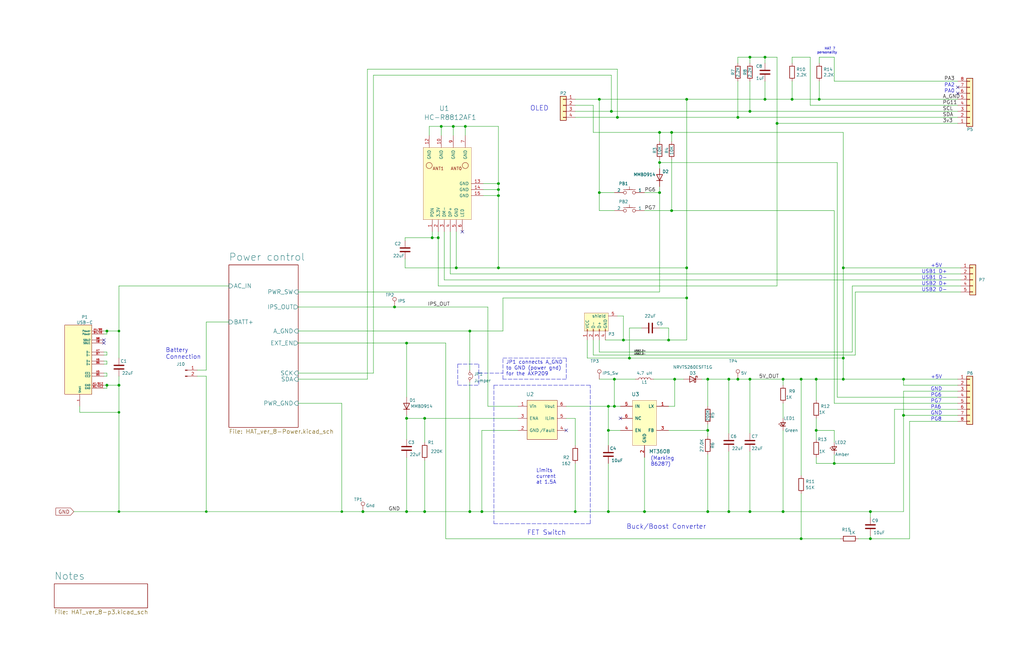
<source format=kicad_sch>
(kicad_sch (version 20211123) (generator eeschema)
  (paper "USLedger")
  (title_block (title "ConnectBox HAT 8") (date "2023-04-13") (rev "8.0.0") (company "ConnectBox") (comment 1 "JRA"))
  (junction (at 330.2 215.9) (diameter 1.016))
  (junction (at 316.23 46.99) (diameter 1.016))
  (junction (at 367.03 227.33) (diameter 1.016))
  (junction (at 45.085 139.7) (diameter 1.016))
  (junction (at 256.54 171.45) (diameter 1.016))
  (junction (at 265.43 151.13) (diameter 1.016))
  (junction (at 307.34 215.9) (diameter 1.016))
  (junction (at 278.13 68.58) (diameter 1.016))
  (junction (at 86.995 215.9))
  (junction (at 311.15 160.02) (diameter 1.016))
  (junction (at 334.01 41.91) (diameter 1.016))
  (junction (at 283.21 88.9) (diameter 1.016))
  (junction (at 171.45 215.9) (diameter 1.016))
  (junction (at 50.165 215.9))
  (junction (at 210.185 80.01) (diameter 1.016))
  (junction (at 260.35 49.53) (diameter 1.016))
  (junction (at 298.45 160.02) (diameter 1.016))
  (junction (at 344.17 181.61) (diameter 1.016))
  (junction (at 184.785 100.33) (diameter 1.016))
  (junction (at 337.82 227.33) (diameter 1.016))
  (junction (at 210.185 113.03) (diameter 1.016))
  (junction (at 192.405 113.03) (diameter 1.016))
  (junction (at 45.085 162.56) (diameter 1.016))
  (junction (at 50.165 162.56) (diameter 1.016))
  (junction (at 259.08 171.45) (diameter 1.016))
  (junction (at 171.45 176.53) (diameter 1.016))
  (junction (at 182.245 100.33) (diameter 1.016))
  (junction (at 271.78 215.9) (diameter 1.016))
  (junction (at 322.58 41.91) (diameter 1.016))
  (junction (at 355.6 113.03) (diameter 1.016))
  (junction (at 284.48 160.02) (diameter 1.016))
  (junction (at 179.07 176.53) (diameter 1.016))
  (junction (at 198.12 139.7) (diameter 1.016))
  (junction (at 298.45 215.9) (diameter 1.016))
  (junction (at 262.89 143.51) (diameter 1.016))
  (junction (at 144.145 215.9))
  (junction (at 171.45 144.78) (diameter 1.016))
  (junction (at 259.08 160.02) (diameter 1.016))
  (junction (at 278.13 81.28) (diameter 1.016))
  (junction (at 355.6 151.13) (diameter 1.016))
  (junction (at 256.54 215.9) (diameter 1.016))
  (junction (at 316.23 24.13) (diameter 1.016))
  (junction (at 210.185 82.55) (diameter 1.016))
  (junction (at 283.21 55.88) (diameter 1.016))
  (junction (at 367.03 215.9) (diameter 1.016))
  (junction (at 307.34 160.02) (diameter 1.016))
  (junction (at 256.54 181.61) (diameter 1.016))
  (junction (at 186.055 53.34) (diameter 1.016))
  (junction (at 196.215 53.34) (diameter 1.016))
  (junction (at 198.12 215.9) (diameter 1.016))
  (junction (at 281.94 143.51) (diameter 1.016))
  (junction (at 311.15 49.53) (diameter 1.016))
  (junction (at 252.73 41.91) (diameter 1.016))
  (junction (at 50.165 173.99))
  (junction (at 278.13 55.88) (diameter 1.016))
  (junction (at 351.79 195.58) (diameter 1.016))
  (junction (at 327.66 52.07) (diameter 1.016))
  (junction (at 166.37 129.54) (diameter 1.016))
  (junction (at 322.58 24.13) (diameter 1.016))
  (junction (at 242.57 215.9) (diameter 1.016))
  (junction (at 179.07 215.9) (diameter 1.016))
  (junction (at 289.56 41.91) (diameter 1.016))
  (junction (at 289.56 125.73) (diameter 1.016))
  (junction (at 355.6 160.02) (diameter 1.016))
  (junction (at 298.45 181.61) (diameter 1.016))
  (junction (at 203.2 215.9) (diameter 1.016))
  (junction (at 316.23 215.9) (diameter 1.016))
  (junction (at 153.035 215.9) (diameter 1.016))
  (junction (at 337.82 160.02) (diameter 1.016))
  (junction (at 191.135 53.34) (diameter 1.016))
  (junction (at 289.56 113.03) (diameter 1.016))
  (junction (at 345.44 41.91) (diameter 1.016))
  (junction (at 381 160.02) (diameter 1.016))
  (junction (at 316.23 160.02) (diameter 1.016))
  (junction (at 210.185 77.47) (diameter 1.016))
  (junction (at 257.81 46.99) (diameter 1.016))
  (junction (at 344.17 160.02) (diameter 1.016))
  (junction (at 252.73 81.28) (diameter 1.016))
  (junction (at 50.165 139.7))
  (junction (at 330.2 160.02) (diameter 1.016))
  (junction (at 381 175.26) (diameter 1.016))
  (no_connect (at 261.62 176.53))
  (no_connect (at 403.86 36.83))
  (no_connect (at 403.86 39.37))
  (no_connect (at 43.815 144.78))
  (no_connect (at 238.76 181.61))
  (no_connect (at 194.945 97.79))
  (no_connect (at 43.815 143.51))
  (wire (pts (xy 261.62 181.61) (xy 256.54 181.61)))
  (wire (pts (xy 210.185 80.01) (xy 210.185 82.55)))
  (wire (pts (xy 316.23 215.9) (xy 307.34 215.9)))
  (wire (pts (xy 218.44 181.61) (xy 203.2 181.61)))
  (wire (pts (xy 179.07 186.69) (xy 179.07 176.53)))
  (wire (pts (xy 45.085 140.97) (xy 45.085 139.7)))
  (wire (pts (xy 351.79 195.58) (xy 377.19 195.58)))
  (wire (pts (xy 381 165.1) (xy 381 175.26)))
  (wire (pts (xy 125.73 144.78) (xy 171.45 144.78)))
  (wire (pts (xy 198.12 139.7) (xy 198.12 156.21)))
  (wire (pts (xy 257.81 46.99) (xy 316.23 46.99)))
  (wire (pts (xy 242.57 215.9) (xy 242.57 195.58)))
  (wire (pts (xy 330.2 181.61) (xy 330.2 215.9)))
  (wire (pts (xy 182.245 97.79) (xy 182.245 100.33)))
  (wire (pts (xy 203.2 215.9) (xy 242.57 215.9)))
  (wire (pts (xy 278.13 78.74) (xy 278.13 81.28)))
  (wire (pts (xy 250.19 149.86) (xy 360.68 149.86)))
  (wire (pts (xy 252.73 148.59) (xy 359.41 148.59)))
  (wire (pts (xy 184.785 120.65) (xy 327.66 120.65)))
  (wire (pts (xy 327.66 52.07) (xy 327.66 120.65)))
  (wire (pts (xy 351.79 181.61) (xy 344.17 181.61)))
  (wire (pts (xy 281.94 181.61) (xy 298.45 181.61)))
  (wire (pts (xy 171.45 144.78) (xy 171.45 167.64)))
  (wire (pts (xy 43.815 153.67) (xy 45.085 153.67)))
  (wire (pts (xy 259.08 160.02) (xy 267.97 160.02)))
  (wire (pts (xy 242.57 41.91) (xy 252.73 41.91)))
  (wire (pts (xy 265.43 138.43) (xy 265.43 151.13)))
  (wire (pts (xy 311.15 24.13) (xy 316.23 24.13)))
  (wire (pts (xy 322.58 24.13) (xy 322.58 26.67)))
  (polyline (pts (xy 193.04 153.67) (xy 193.04 162.56)) (stroke (width 0) (type dash)))
  (wire (pts (xy 289.56 113.03) (xy 289.56 125.73)))
  (wire (pts (xy 187.325 118.11) (xy 405.13 118.11)))
  (wire (pts (xy 265.43 138.43) (xy 270.51 138.43)))
  (wire (pts (xy 179.07 194.31) (xy 179.07 215.9)))
  (wire (pts (xy 355.6 113.03) (xy 405.13 113.03)))
  (wire (pts (xy 284.48 171.45) (xy 281.94 171.45)))
  (wire (pts (xy 311.15 49.53) (xy 311.15 34.29)))
  (wire (pts (xy 198.12 215.9) (xy 179.07 215.9)))
  (wire (pts (xy 83.185 156.21) (xy 86.995 156.21)))
  (wire (pts (xy 289.56 41.91) (xy 289.56 113.03)))
  (wire (pts (xy 191.135 53.34) (xy 196.215 53.34)))
  (wire (pts (xy 179.07 215.9) (xy 171.45 215.9)))
  (wire (pts (xy 298.45 160.02) (xy 307.34 160.02)))
  (wire (pts (xy 311.15 24.13) (xy 311.15 26.67)))
  (wire (pts (xy 210.185 82.55) (xy 210.185 113.03)))
  (wire (pts (xy 278.13 81.28) (xy 278.13 123.19)))
  (wire (pts (xy 271.78 193.04) (xy 271.78 215.9)))
  (wire (pts (xy 344.17 176.53) (xy 344.17 181.61)))
  (wire (pts (xy 186.055 57.15) (xy 186.055 53.34)))
  (wire (pts (xy 355.6 151.13) (xy 355.6 160.02)))
  (wire (pts (xy 187.96 144.78) (xy 187.96 227.33)))
  (wire (pts (xy 337.82 227.33) (xy 187.96 227.33)))
  (wire (pts (xy 186.055 53.34) (xy 191.135 53.34)))
  (wire (pts (xy 252.73 88.9) (xy 259.08 88.9)))
  (wire (pts (xy 344.17 195.58) (xy 351.79 195.58)))
  (wire (pts (xy 50.165 158.75) (xy 50.165 162.56)))
  (polyline (pts (xy 193.04 153.67) (xy 201.93 153.67)) (stroke (width 0) (type dash)))
  (wire (pts (xy 271.78 215.9) (xy 256.54 215.9)))
  (wire (pts (xy 360.68 123.19) (xy 405.13 123.19)))
  (wire (pts (xy 360.68 149.86) (xy 360.68 123.19)))
  (wire (pts (xy 125.73 129.54) (xy 166.37 129.54)))
  (wire (pts (xy 271.78 81.28) (xy 278.13 81.28)))
  (wire (pts (xy 50.165 120.65) (xy 50.165 139.7)))
  (polyline (pts (xy 248.92 220.98) (xy 248.92 162.56)) (stroke (width 0) (type dash)))
  (wire (pts (xy 307.34 160.02) (xy 307.34 182.88)))
  (polyline (pts (xy 208.28 162.56) (xy 248.92 162.56)) (stroke (width 0) (type dash)))
  (wire (pts (xy 283.21 67.31) (xy 283.21 88.9)))
  (wire (pts (xy 203.2 215.9) (xy 198.12 215.9)))
  (wire (pts (xy 403.86 162.56) (xy 381 162.56)))
  (wire (pts (xy 334.01 24.13) (xy 341.63 24.13)))
  (wire (pts (xy 250.19 44.45) (xy 242.57 44.45)))
  (wire (pts (xy 355.6 113.03) (xy 355.6 151.13)))
  (wire (pts (xy 256.54 171.45) (xy 259.08 171.45)))
  (wire (pts (xy 278.13 67.31) (xy 278.13 68.58)))
  (wire (pts (xy 351.79 181.61) (xy 351.79 186.69)))
  (wire (pts (xy 316.23 46.99) (xy 403.86 46.99)))
  (wire (pts (xy 316.23 160.02) (xy 316.23 182.88)))
  (wire (pts (xy 351.79 88.9) (xy 351.79 170.18)))
  (wire (pts (xy 405.13 120.65) (xy 359.41 120.65)))
  (wire (pts (xy 278.13 138.43) (xy 281.94 138.43)))
  (wire (pts (xy 198.12 161.29) (xy 198.12 215.9)))
  (wire (pts (xy 86.995 156.21) (xy 86.995 135.89)))
  (wire (pts (xy 265.43 151.13) (xy 355.6 151.13)))
  (wire (pts (xy 50.165 162.56) (xy 50.165 173.99)))
  (wire (pts (xy 283.21 88.9) (xy 351.79 88.9)))
  (wire (pts (xy 212.09 125.73) (xy 289.56 125.73)))
  (wire (pts (xy 125.73 170.18) (xy 144.145 170.18)))
  (wire (pts (xy 50.165 173.99) (xy 50.165 215.9)))
  (polyline (pts (xy 212.09 160.02) (xy 212.09 151.13)) (stroke (width 0) (type dash)))
  (wire (pts (xy 330.2 170.18) (xy 330.2 176.53)))
  (wire (pts (xy 322.58 34.29) (xy 322.58 41.91)))
  (wire (pts (xy 252.73 41.91) (xy 289.56 41.91)))
  (wire (pts (xy 289.56 41.91) (xy 322.58 41.91)))
  (wire (pts (xy 179.07 176.53) (xy 218.44 176.53)))
  (wire (pts (xy 43.815 163.83) (xy 45.085 163.83)))
  (wire (pts (xy 203.2 181.61) (xy 203.2 215.9)))
  (wire (pts (xy 260.35 49.53) (xy 311.15 49.53)))
  (wire (pts (xy 316.23 24.13) (xy 322.58 24.13)))
  (wire (pts (xy 242.57 176.53) (xy 242.57 187.96)))
  (wire (pts (xy 284.48 160.02) (xy 284.48 171.45)))
  (wire (pts (xy 125.73 123.19) (xy 278.13 123.19)))
  (wire (pts (xy 171.45 185.42) (xy 171.45 176.53)))
  (wire (pts (xy 259.08 160.02) (xy 252.73 160.02)))
  (wire (pts (xy 344.17 160.02) (xy 355.6 160.02)))
  (wire (pts (xy 50.165 139.7) (xy 50.165 151.13)))
  (wire (pts (xy 144.145 215.9) (xy 153.035 215.9)))
  (wire (pts (xy 45.085 157.48) (xy 43.815 157.48)))
  (wire (pts (xy 344.17 181.61) (xy 344.17 185.42)))
  (wire (pts (xy 381 215.9) (xy 367.03 215.9)))
  (wire (pts (xy 192.405 113.03) (xy 210.185 113.03)))
  (wire (pts (xy 259.08 160.02) (xy 259.08 171.45)))
  (wire (pts (xy 252.73 41.91) (xy 252.73 81.28)))
  (wire (pts (xy 252.73 81.28) (xy 252.73 88.9)))
  (wire (pts (xy 45.085 157.48) (xy 45.085 158.75)))
  (wire (pts (xy 45.085 149.86) (xy 45.085 148.59)))
  (wire (pts (xy 354.33 227.33) (xy 337.82 227.33)))
  (wire (pts (xy 43.815 149.86) (xy 45.085 149.86)))
  (wire (pts (xy 250.19 55.88) (xy 250.19 44.45)))
  (wire (pts (xy 171.45 176.53) (xy 179.07 176.53)))
  (wire (pts (xy 381 162.56) (xy 381 160.02)))
  (wire (pts (xy 205.74 171.45) (xy 205.74 129.54)))
  (wire (pts (xy 250.19 55.88) (xy 278.13 55.88)))
  (wire (pts (xy 344.17 168.91) (xy 344.17 160.02)))
  (wire (pts (xy 260.35 133.35) (xy 262.89 133.35)))
  (wire (pts (xy 262.89 133.35) (xy 262.89 143.51)))
  (wire (pts (xy 255.27 143.51) (xy 262.89 143.51)))
  (wire (pts (xy 262.89 143.51) (xy 281.94 143.51)))
  (wire (pts (xy 218.44 171.45) (xy 205.74 171.45)))
  (wire (pts (xy 170.815 100.33) (xy 182.245 100.33)))
  (wire (pts (xy 170.815 101.6) (xy 170.815 100.33)))
  (wire (pts (xy 192.405 97.79) (xy 192.405 113.03)))
  (wire (pts (xy 278.13 68.58) (xy 353.06 68.58)))
  (wire (pts (xy 353.06 68.58) (xy 353.06 167.64)))
  (wire (pts (xy 242.57 46.99) (xy 257.81 46.99)))
  (wire (pts (xy 43.815 148.59) (xy 45.085 148.59)))
  (wire (pts (xy 330.2 160.02) (xy 337.82 160.02)))
  (wire (pts (xy 330.2 215.9) (xy 316.23 215.9)))
  (wire (pts (xy 334.01 41.91) (xy 345.44 41.91)))
  (wire (pts (xy 345.44 41.91) (xy 403.86 41.91)))
  (wire (pts (xy 351.79 195.58) (xy 351.79 191.77)))
  (wire (pts (xy 210.185 77.47) (xy 210.185 80.01)))
  (wire (pts (xy 278.13 55.88) (xy 283.21 55.88)))
  (polyline (pts (xy 208.28 220.98) (xy 248.92 220.98)) (stroke (width 0) (type dash)))
  (wire (pts (xy 307.34 215.9) (xy 307.34 190.5)))
  (wire (pts (xy 381 175.26) (xy 381 215.9)))
  (wire (pts (xy 298.45 215.9) (xy 298.45 191.77)))
  (polyline (pts (xy 201.93 153.67) (xy 201.93 162.56)) (stroke (width 0) (type dash)))
  (wire (pts (xy 256.54 195.58) (xy 256.54 215.9)))
  (wire (pts (xy 260.35 29.21) (xy 260.35 49.53)))
  (wire (pts (xy 191.135 57.15) (xy 191.135 53.34)))
  (wire (pts (xy 31.115 215.9) (xy 50.165 215.9)))
  (wire (pts (xy 247.65 151.13) (xy 265.43 151.13)))
  (wire (pts (xy 322.58 24.13) (xy 327.66 24.13)))
  (wire (pts (xy 247.65 143.51) (xy 247.65 151.13)))
  (wire (pts (xy 327.66 24.13) (xy 327.66 52.07)))
  (wire (pts (xy 153.035 215.9) (xy 171.45 215.9)))
  (wire (pts (xy 367.03 226.06) (xy 367.03 227.33)))
  (wire (pts (xy 383.54 177.8) (xy 403.86 177.8)))
  (wire (pts (xy 281.94 143.51) (xy 289.56 143.51)))
  (wire (pts (xy 383.54 227.33) (xy 383.54 177.8)))
  (wire (pts (xy 353.06 167.64) (xy 403.86 167.64)))
  (wire (pts (xy 171.45 175.26) (xy 171.45 176.53)))
  (wire (pts (xy 256.54 171.45) (xy 256.54 181.61)))
  (wire (pts (xy 125.73 139.7) (xy 198.12 139.7)))
  (wire (pts (xy 256.54 215.9) (xy 242.57 215.9)))
  (polyline (pts (xy 238.76 160.02) (xy 212.09 160.02)) (stroke (width 0) (type dash)))
  (wire (pts (xy 403.86 175.26) (xy 381 175.26)))
  (wire (pts (xy 259.08 171.45) (xy 261.62 171.45)))
  (wire (pts (xy 307.34 160.02) (xy 311.15 160.02)))
  (wire (pts (xy 203.835 80.01) (xy 210.185 80.01)))
  (wire (pts (xy 86.995 215.9) (xy 144.145 215.9)))
  (wire (pts (xy 295.91 160.02) (xy 298.45 160.02)))
  (wire (pts (xy 252.73 81.28) (xy 259.08 81.28)))
  (wire (pts (xy 154.94 160.02) (xy 125.73 160.02)))
  (wire (pts (xy 180.975 53.34) (xy 186.055 53.34)))
  (wire (pts (xy 284.48 160.02) (xy 288.29 160.02)))
  (wire (pts (xy 182.245 100.33) (xy 184.785 100.33)))
  (wire (pts (xy 203.835 82.55) (xy 210.185 82.55)))
  (wire (pts (xy 298.45 181.61) (xy 298.45 184.15)))
  (wire (pts (xy 33.655 173.99) (xy 50.165 173.99)))
  (wire (pts (xy 33.655 171.45) (xy 33.655 173.99)))
  (wire (pts (xy 157.48 31.75) (xy 257.81 31.75)))
  (wire (pts (xy 351.79 170.18) (xy 403.86 170.18)))
  (polyline (pts (xy 238.76 151.13) (xy 238.76 160.02)) (stroke (width 0) (type dash)))
  (wire (pts (xy 298.45 171.45) (xy 298.45 160.02)))
  (wire (pts (xy 316.23 46.99) (xy 316.23 34.29)))
  (wire (pts (xy 381 165.1) (xy 403.86 165.1)))
  (wire (pts (xy 238.76 171.45) (xy 256.54 171.45)))
  (wire (pts (xy 180.975 57.15) (xy 180.975 53.34)))
  (wire (pts (xy 189.865 115.57) (xy 405.13 115.57)))
  (wire (pts (xy 278.13 68.58) (xy 278.13 71.12)))
  (polyline (pts (xy 193.04 162.56) (xy 201.93 162.56)) (stroke (width 0) (type dash)))
  (wire (pts (xy 242.57 49.53) (xy 260.35 49.53)))
  (wire (pts (xy 43.815 162.56) (xy 45.085 162.56)))
  (wire (pts (xy 341.63 44.45) (xy 403.86 44.45)))
  (wire (pts (xy 45.085 152.4) (xy 43.815 152.4)))
  (wire (pts (xy 238.76 176.53) (xy 242.57 176.53)))
  (wire (pts (xy 327.66 52.07) (xy 403.86 52.07)))
  (wire (pts (xy 307.34 215.9) (xy 298.45 215.9)))
  (wire (pts (xy 170.815 109.22) (xy 170.815 113.03)))
  (wire (pts (xy 45.085 162.56) (xy 50.165 162.56)))
  (wire (pts (xy 367.03 218.44) (xy 367.03 215.9)))
  (wire (pts (xy 212.09 139.7) (xy 198.12 139.7)))
  (wire (pts (xy 154.94 29.21) (xy 260.35 29.21)))
  (wire (pts (xy 367.03 215.9) (xy 330.2 215.9)))
  (wire (pts (xy 361.95 227.33) (xy 367.03 227.33)))
  (wire (pts (xy 316.23 24.13) (xy 316.23 26.67)))
  (polyline (pts (xy 208.28 162.56) (xy 208.28 220.98)) (stroke (width 0) (type dash)))
  (wire (pts (xy 355.6 160.02) (xy 381 160.02)))
  (wire (pts (xy 381 160.02) (xy 403.86 160.02)))
  (wire (pts (xy 45.085 153.67) (xy 45.085 152.4)))
  (wire (pts (xy 196.215 53.34) (xy 210.185 53.34)))
  (wire (pts (xy 212.09 125.73) (xy 212.09 139.7)))
  (wire (pts (xy 278.13 59.69) (xy 278.13 55.88)))
  (wire (pts (xy 184.785 100.33) (xy 184.785 120.65)))
  (wire (pts (xy 86.995 158.75) (xy 86.995 215.9)))
  (wire (pts (xy 334.01 34.29) (xy 334.01 41.91)))
  (wire (pts (xy 337.82 208.28) (xy 337.82 227.33)))
  (wire (pts (xy 377.19 172.72) (xy 403.86 172.72)))
  (polyline (pts (xy 212.09 151.13) (xy 238.76 151.13)) (stroke (width 0) (type dash)))
  (wire (pts (xy 298.45 215.9) (xy 271.78 215.9)))
  (wire (pts (xy 334.01 26.67) (xy 334.01 24.13)))
  (wire (pts (xy 86.995 135.89) (xy 96.52 135.89)))
  (wire (pts (xy 252.73 148.59) (xy 252.73 143.51)))
  (wire (pts (xy 377.19 172.72) (xy 377.19 195.58)))
  (wire (pts (xy 283.21 55.88) (xy 355.6 55.88)))
  (wire (pts (xy 96.52 120.65) (xy 50.165 120.65)))
  (wire (pts (xy 256.54 181.61) (xy 256.54 187.96)))
  (wire (pts (xy 50.165 215.9) (xy 86.995 215.9)))
  (wire (pts (xy 316.23 215.9) (xy 316.23 190.5)))
  (wire (pts (xy 344.17 193.04) (xy 344.17 195.58)))
  (wire (pts (xy 257.81 31.75) (xy 257.81 46.99)))
  (wire (pts (xy 351.79 34.29) (xy 403.86 34.29)))
  (wire (pts (xy 367.03 227.33) (xy 383.54 227.33)))
  (wire (pts (xy 157.48 157.48) (xy 125.73 157.48)))
  (wire (pts (xy 271.78 88.9) (xy 283.21 88.9)))
  (wire (pts (xy 166.37 129.54) (xy 205.74 129.54)))
  (wire (pts (xy 43.815 139.7) (xy 45.085 139.7)) (stroke (width 0.1524)))
  (wire (pts (xy 171.45 193.04) (xy 171.45 215.9)))
  (wire (pts (xy 283.21 59.69) (xy 283.21 55.88)))
  (wire (pts (xy 337.82 200.66) (xy 337.82 160.02)))
  (wire (pts (xy 157.48 31.75) (xy 157.48 157.48)))
  (wire (pts (xy 316.23 160.02) (xy 330.2 160.02)))
  (wire (pts (xy 311.15 160.02) (xy 316.23 160.02)))
  (wire (pts (xy 322.58 41.91) (xy 334.01 41.91)))
  (wire (pts (xy 203.835 77.47) (xy 210.185 77.47)))
  (wire (pts (xy 45.085 163.83) (xy 45.085 162.56)))
  (wire (pts (xy 281.94 138.43) (xy 281.94 143.51)))
  (wire (pts (xy 187.325 97.79) (xy 187.325 118.11)))
  (wire (pts (xy 355.6 55.88) (xy 355.6 113.03)))
  (wire (pts (xy 210.185 53.34) (xy 210.185 77.47)))
  (wire (pts (xy 359.41 120.65) (xy 359.41 148.59)))
  (wire (pts (xy 345.44 34.29) (xy 345.44 41.91)))
  (polyline (pts (xy 201.93 157.48) (xy 212.09 157.48)) (stroke (width 0) (type dash)))
  (wire (pts (xy 289.56 125.73) (xy 289.56 143.51)))
  (wire (pts (xy 43.815 140.97) (xy 45.085 140.97)))
  (wire (pts (xy 275.59 160.02) (xy 284.48 160.02)))
  (wire (pts (xy 345.44 24.13) (xy 351.79 24.13)))
  (wire (pts (xy 345.44 26.67) (xy 345.44 24.13)))
  (wire (pts (xy 351.79 24.13) (xy 351.79 34.29)))
  (wire (pts (xy 184.785 97.79) (xy 184.785 100.33)))
  (wire (pts (xy 144.145 170.18) (xy 144.145 215.9)))
  (wire (pts (xy 311.15 49.53) (xy 403.86 49.53)))
  (wire (pts (xy 298.45 179.07) (xy 298.45 181.61)))
  (wire (pts (xy 154.94 29.21) (xy 154.94 160.02)))
  (wire (pts (xy 330.2 160.02) (xy 330.2 162.56)))
  (wire (pts (xy 189.865 97.79) (xy 189.865 115.57)))
  (wire (pts (xy 170.815 113.03) (xy 192.405 113.03)))
  (wire (pts (xy 45.085 139.7) (xy 50.165 139.7)))
  (wire (pts (xy 171.45 144.78) (xy 187.96 144.78)))
  (wire (pts (xy 250.19 143.51) (xy 250.19 149.86)))
  (wire (pts (xy 337.82 160.02) (xy 344.17 160.02)))
  (wire (pts (xy 45.085 158.75) (xy 43.815 158.75)))
  (wire (pts (xy 83.185 158.75) (xy 86.995 158.75)))
  (wire (pts (xy 210.185 113.03) (xy 289.56 113.03)))
  (wire (pts (xy 196.215 53.34) (xy 196.215 57.15)))
  (wire (pts (xy 341.63 24.13) (xy 341.63 44.45)))
  (text "USB2 D-" (at 388.62 123.19 0) (effects (font (size 1.524 1.524)) (justify left bottom)))
  (text "Battery \nConnection" (at 69.85 151.765 0) (effects (font (size 1.778 1.778)) (justify left bottom)))
  (text "USB2 D+" (at 388.62 120.65 0) (effects (font (size 1.524 1.524)) (justify left bottom)))
  (text "OLED" (at 223.52 46.99 0) (effects (font (size 2.032 2.032)) (justify left bottom)))
  (text "PA2" (at 402.59 36.83 180) (effects (font (size 1.524 1.524)) (justify right bottom)))
  (text "(Marking\nB6287)" (at 274.32 196.85 0) (effects (font (size 1.524 1.524)) (justify left bottom)))
  (text "FET Switch" (at 222.25 226.06 0) (effects (font (size 2.0066 2.0066)) (justify left bottom)))
  (text "+5V" (at 392.43 113.03 0) (effects (font (size 1.524 1.524)) (justify left bottom)))
  (text "USB1 D+" (at 388.62 115.57 0) (effects (font (size 1.524 1.524)) (justify left bottom)))
  (text "+5V" (at 392.43 160.02 0) (effects (font (size 1.524 1.524)) (justify left bottom)))
  (text "PG6" (at 392.43 167.64 0) (effects (font (size 1.524 1.524)) (justify left bottom)))
  (text "USB1 D-" (at 388.62 118.11 0) (effects (font (size 1.524 1.524)) (justify left bottom)))
  (text "Buck/Boost Converter" (at 264.16 223.52 0) (effects (font (size 2.0066 2.0066)) (justify left bottom)))
  (text "PG8" (at 392.43 177.8 0) (effects (font (size 1.524 1.524)) (justify left bottom)))
  (text "GND" (at 392.43 175.26 0) (effects (font (size 1.524 1.524)) (justify left bottom)))
  (text "Limits \ncurrent \nat 1.5A" (at 226.06 204.47 0) (effects (font (size 1.524 1.524)) (justify left bottom)))
  (text "PA0" (at 402.59 39.37 180) (effects (font (size 1.524 1.524)) (justify right bottom)))
  (text "PA6" (at 392.43 172.72 0) (effects (font (size 1.524 1.524)) (justify left bottom)))
  (text "GND" (at 392.43 165.1 0) (effects (font (size 1.524 1.524)) (justify left bottom)))
  (text "PG7" (at 392.43 170.18 0) (effects (font (size 1.524 1.524)) (justify left bottom)))
  (text "HAT 7 \npersonality" (at 353.06 22.86 180) (effects (font (size 1.016 1.016)) (justify right bottom)))
  (text "JP1 connects A_GND\nto GND (power gnd)\nfor the AXP209 " (at 213.36 158.75 0) (effects (font (size 1.524 1.524)) (justify left bottom)))
  (label "5V_OUT" (at 320.04 160.02 0) (effects (font (size 1.524 1.524))))
  (label "A_GND" (at 397.51 41.91 0) (effects (font (size 1.524 1.524))))
  (label "PG11" (at 397.51 44.45 0) (effects (font (size 1.524 1.524))))
  (label "PG7" (at 271.78 88.9 0) (effects (font (size 1.524 1.524))))
  (label "USB2_D-" (at 267.335 149.86 0) (effects (font (size 0.7 0.7))))
  (label "USB2_D+" (at 267.335 148.59 0) (effects (font (size 0.7 0.7))))
  (label "PG6" (at 271.78 81.28 0) (effects (font (size 1.524 1.524))))
  (label "GND" (at 163.83 215.9 0) (effects (font (size 1.524 1.524))))
  (label "3v3" (at 397.51 52.07 0) (effects (font (size 1.524 1.524))))
  (label "IPS_OUT" (at 180.34 129.54 0) (effects (font (size 1.524 1.524))))
  (label "PA3" (at 402.59 34.29 180) (effects (font (size 1.524 1.524))))
  (label "SCL" (at 397.51 46.99 0) (effects (font (size 1.524 1.524))))
  (label "SDA" (at 397.51 49.53 0) (effects (font (size 1.524 1.524))))
  (global_label "GND" (shape input) (at 31.115 215.9 180) (effects (font (size 1.524 1.524))) (property "Intersheet References" "${INTERSHEET_REFS}" (effects hide)))
  (symbol (lib_id "Device:C") (at 307.34 186.69 0) (unit 1)
    (property "Reference" "C6" (at 307.975 184.15 0) (effects (justify left)))
    (property "Value" "22uF" (at 308.61 189.23 0) (effects (justify left)))
    (property "Footprint" "Capacitor_SMD:C_0805_2012Metric" (effects hide))
    (property "Manufacturer" "KEMET" (effects hide))
    (property "Manufacturer P/N" "C0805C226M8PAC7800" (effects hide))
    (property "Description" "CAP CER 22UF 10V X5R 0805" (effects hide))
    (property "DigiKey P/N" "399-12069-1-ND" (effects hide))
    (property "Type" "SMD" (effects hide))
  )
  (symbol (lib_id "Device:C") (at 316.23 186.69 0) (unit 1)
    (property "Reference" "C7" (at 316.865 184.15 0) (effects (justify left)))
    (property "Value" "22uF" (at 316.865 189.23 0) (effects (justify left)))
    (property "Footprint" "Capacitor_SMD:C_0805_2012Metric" (effects hide))
    (property "Manufacturer" "KEMET" (effects hide))
    (property "Manufacturer P/N" "C0805C226M8PAC7800" (effects hide))
    (property "Description" "CAP CER 22UF 10V X5R 0805" (effects hide))
    (property "DigiKey P/N" "399-12069-1-ND" (effects hide))
    (property "Type" "SMD" (effects hide))
  )
  (symbol (lib_id "Device:C") (at 256.54 191.77 0) (unit 1)
    (property "Reference" "C4" (at 257.175 189.23 0) (effects (justify left)))
    (property "Value" "10uF" (at 257.81 194.31 0) (effects (justify left)))
    (property "Footprint" "Capacitor_SMD:C_0805_2012Metric" (effects hide))
    (property "Manufacturer" "Samsung Electro-Mechanics" (effects hide))
    (property "Manufacturer P/N" "CL21A106MPFNNNE" (effects hide))
    (property "Description" "CAP CER 10UF 10V X5R 0805" (effects hide))
    (property "DigiKey P/N" "1276-1144-1-ND" (effects hide))
    (property "Type" "SMD" (effects hide))
  )
  (symbol (lib_id "Device:R") (at 330.2 166.37 0) (unit 1)
    (property "Reference" "R9" (at 334.01 165.1 0))
    (property "Value" "1K" (at 332.74 167.64 0))
    (property "Footprint" "Resistor_SMD:R_0805_2012Metric" (effects hide))
    (property "Manufacturer" "Yageo" (effects hide))
    (property "Manufacturer P/N" "RC0805FR-071KL" (effects hide))
    (property "Description" "RES SMD 1K OHM 1% 1/8W 0805" (effects hide))
    (property "DigiKey P/N" "311-1.00KCRCT-ND" (effects hide))
    (property "Type" "SMD" (effects hide))
  )
  (symbol (lib_id "Device:LED_Small") (at 330.2 179.07 90) (unit 1)
    (property "Reference" "LED1" (at 335.28 176.53 90) (effects (justify left)))
    (property "Value" "Green" (at 336.55 181.61 90) (effects (justify left)))
    (property "Footprint" "LED_SMD:LED_0603_1608Metric" (effects hide))
    (property "Manufacturer" "Lite-On Inc." (effects hide))
    (property "Manufacturer P/N" "LTST-C191KFKT" (effects hide))
    (property "Description" "LED GREEN CLEAR 0603 SMD" (effects hide))
    (property "DigiKey P/N" "160-1446-1-ND" (effects hide))
    (property "Type" "SMD" (effects hide))
  )
  (symbol (lib_id "Device:R") (at 298.45 175.26 0) (unit 1)
    (property "Reference" "R5" (at 300.482 175.26 90))
    (property "Value" "200K" (at 298.45 175.26 90))
    (property "Footprint" "Resistor_SMD:R_0805_2012Metric" (effects hide))
    (property "Manufacturer" "Yageo" (effects hide))
    (property "Manufacturer P/N" "RC0805FR-07200KL" (effects hide))
    (property "Description" "RES SMD 200K OHM 1% 1/8W 0805" (effects hide))
    (property "DigiKey P/N" "311-200KCRCT-ND" (effects hide))
    (property "Type" "SMD" (effects hide))
  )
  (symbol (lib_id "Custom_1:SY7208") (at 271.78 171.45 0) (unit 1)
    (property "Reference" "U3" (at 267.97 166.37 0) (effects (font (size 1.524 1.524))))
    (property "Value" "MT3608" (at 278.13 190.5 0) (effects (font (size 1.524 1.524))))
    (property "Footprint" "CustomComponents:SOT-23-6a" (effects hide))
    (property "Datasheet" "http://www.kynix.com/Detail/584537/MT3608.html" (effects hide))
    (property "Manufacturer" "AEROSEMI" (effects hide))
    (property "Manufacturer P/N" "MT3608" (effects hide))
    (property "Description" "High Efficiency 1.2MHz 2A Step Up Converter" (effects hide))
    (property "Type" "SMD" (effects hide))
  )
  (symbol (lib_id "Device:D_Schottky") (at 292.1 160.02 0) (mirror y) (unit 1)
    (property "Reference" "D3" (at 292.1 157.48 0))
    (property "Value" "NRVTS260ESFT1G" (at 292.1 154.94 0))
    (property "Footprint" "CustomComponents:SOD-123FL" (effects hide))
    (property "Manufacturer" "ON Semiconductor" (effects hide))
    (property "Manufacturer P/N" "NRVTS260ESFT1G" (effects hide))
    (property "Description" "DIODE SCHOTTKY 60V 2A SOD123FL" (effects hide))
    (property "DigiKey P/N" "NRVTS260ESFT1GOSCT-ND" (effects hide))
    (property "Type" "SMD" (effects hide))
  )
  (symbol (lib_id "Device:R") (at 298.45 187.96 0) (unit 1)
    (property "Reference" "R6" (at 300.482 187.96 90))
    (property "Value" "27.0K" (at 295.91 187.96 90))
    (property "Footprint" "Resistor_SMD:R_0805_2012Metric" (effects hide))
    (property "Manufacturer" "Yageo" (effects hide))
    (property "Manufacturer P/N" "RC0805FR-0727KL" (effects hide))
    (property "Description" "RES SMD 27.0K OHM 1% 1/8W 0805" (effects hide))
    (property "DigiKey P/N" "311-27.0KCRCT-ND" (effects hide))
    (property "Type" "SMD" (effects hide))
  )
  (symbol (lib_id "Device:R") (at 316.23 30.48 180) (unit 1)
    (property "Reference" "R8" (at 314.198 30.48 90))
    (property "Value" "2.2K" (at 316.23 30.48 90))
    (property "Footprint" "Resistor_SMD:R_0805_2012Metric" (effects hide))
    (property "Manufacturer" "Yageo" (effects hide))
    (property "Manufacturer P/N" "RC0805FR-072K2L" (effects hide))
    (property "Description" "RES SMD 2.2K OHM 1% 1/8W 0805" (effects hide))
    (property "DigiKey P/N" "311-2.20KCRCT-ND" (effects hide))
    (property "Type" "SMD" (effects hide))
  )
  (symbol (lib_id "Device:R") (at 311.15 30.48 180) (unit 1)
    (property "Reference" "R7" (at 309.118 30.48 90))
    (property "Value" "2.2K" (at 311.15 30.48 90))
    (property "Footprint" "Resistor_SMD:R_0805_2012Metric" (effects hide))
    (property "Manufacturer" "Yageo" (effects hide))
    (property "Manufacturer P/N" "RC0805FR-072K2L" (effects hide))
    (property "Description" "RES SMD 2.2K OHM 1% 1/8W 0805" (effects hide))
    (property "DigiKey P/N" "311-2.20KCRCT-ND" (effects hide))
    (property "Type" "SMD" (effects hide))
  )
  (symbol (lib_id "Device:C") (at 322.58 30.48 0) (unit 1)
    (property "Reference" "C8" (at 318.77 27.94 0) (effects (justify left)))
    (property "Value" "1uF" (at 318.77 33.02 0) (effects (justify left)))
    (property "Footprint" "Capacitor_SMD:C_0805_2012Metric" (effects hide))
    (property "Manufacturer" "KEMET" (effects hide))
    (property "Manufacturer P/N" "C0805C105K8PACTU" (effects hide))
    (property "Description" "CAP CER 1UF 10V X5R 0805" (effects hide))
    (property "DigiKey P/N" "399-8006-1-ND" (effects hide))
    (property "Type" "SMD" (effects hide))
  )
  (symbol (lib_id "Custom_1:MIC2019") (at 227.33 175.26 0) (unit 1)
    (property "Reference" "U2" (at 223.52 166.37 0) (effects (font (size 1.524 1.524))))
    (property "Value" "MIC2019" (effects hide))
    (property "Footprint" "CustomComponents:SOT-23-6a" (effects hide))
    (property "Manufacturer" "Microchip Technology" (effects hide))
    (property "Manufacturer P/N" "MIC2019YM6-TR" (effects hide))
    (property "Description" "IC DISTRIBUTION SW ADJ SOT23-6" (effects hide))
    (property "DigiKey P/N" "576-2595-1-ND " (effects hide))
    (property "Type" "SMD" (effects hide))
  )
  (symbol (lib_id "Device:R") (at 242.57 191.77 0) (unit 1)
    (property "Reference" "R2" (at 238.76 193.04 0))
    (property "Value" "162" (at 238.76 195.58 0))
    (property "Footprint" "Resistor_SMD:R_0805_2012Metric" (effects hide))
    (property "Manufacturer" "Yageo" (effects hide))
    (property "Manufacturer P/N" "RC0805FR-07162R" (effects hide))
    (property "Description" "RES SMD 162 OHM 1% 1/8W 0805" (effects hide))
    (property "DigiKey P/N" "311-162CRCT-ND" (effects hide))
    (property "Type" "SMD" (effects hide))
  )
  (symbol (lib_id "Device:C") (at 170.815 105.41 0) (unit 1)
    (property "Reference" "C2" (at 166.37 102.87 0) (effects (justify left)))
    (property "Value" "22uF" (at 165.735 107.95 0) (effects (justify left)))
    (property "Footprint" "Capacitor_SMD:C_0805_2012Metric" (effects hide))
    (property "Manufacturer" "KEMET" (effects hide))
    (property "Manufacturer P/N" "C0805C226M8PAC7800" (effects hide))
    (property "Description" "CAP CER 22UF 10V X5R 0805" (effects hide))
    (property "DigiKey P/N" "399-12069-1-ND" (effects hide))
    (property "Type" "SMD" (effects hide))
  )
  (symbol (lib_id "Custom_1:HC-R8812AU2") (at 196.215 92.71 0) (unit 1)
    (property "Reference" "U1" (at 187.325 45.72 0) (effects (font (size 2.032 2.032))))
    (property "Value" "HC-R8812AF1" (at 189.865 49.53 0) (effects (font (size 2.032 2.032))))
    (property "Footprint" "CustomComponents:HC-R8812AU2-th-1" (effects hide))
  )
  (symbol (lib_id "Device:C") (at 274.32 138.43 270) (unit 1)
    (property "Reference" "C5" (at 276.86 136.525 90) (effects (justify left)))
    (property "Value" "22uF" (at 271.78 133.35 90) (effects (justify left)))
    (property "Footprint" "Capacitor_SMD:C_0805_2012Metric" (effects hide))
    (property "Manufacturer" "KEMET" (effects hide))
    (property "Manufacturer P/N" "C0805C226M8PAC7800" (effects hide))
    (property "Description" "CAP CER 22UF 10V X5R 0805" (effects hide))
    (property "DigiKey P/N" "399-12069-1-ND" (effects hide))
    (property "Type" "SMD" (effects hide))
  )
  (symbol (lib_id "Custom_1:SPST-PUSH") (at 265.43 81.28 0) (unit 1)
    (property "Reference" "PB1" (at 262.89 77.47 0))
    (property "Value" "SPST-PUSH" (effects hide))
    (property "Footprint" "CustomComponents:SW-TL3305" (effects hide))
    (property "Manufacturer" "E-Switch" (effects hide))
    (property "Manufacturer P/N" "TL3305AF260QG" (effects hide))
    (property "Description" "SWITCH TACTILE SPST-NO 50MA 12V" (effects hide))
    (property "DigiKey P/N" "EG5353CT-ND" (effects hide))
    (property "Type" "SMD" (effects hide))
  )
  (symbol (lib_id "Device:R") (at 278.13 63.5 180) (unit 1)
    (property "Reference" "R3" (at 276.098 63.5 90))
    (property "Value" "10K" (at 278.13 63.5 90))
    (property "Footprint" "Resistor_SMD:R_0805_2012Metric" (effects hide))
    (property "Manufacturer" "Yageo" (effects hide))
    (property "Manufacturer P/N" "RC0805FR-0710KL" (effects hide))
    (property "Description" "RES SMD 10K OHM 1% 1/8W 0805" (effects hide))
    (property "DigiKey P/N" "311-10.0KCRCT-ND" (effects hide))
    (property "Type" "SMD" (effects hide))
  )
  (symbol (lib_id "Device:R") (at 283.21 63.5 180) (unit 1)
    (property "Reference" "R4" (at 281.178 63.5 90))
    (property "Value" "10K" (at 283.21 63.5 90))
    (property "Footprint" "Resistor_SMD:R_0805_2012Metric" (effects hide))
    (property "Manufacturer" "Yageo" (effects hide))
    (property "Manufacturer P/N" "RC0805FR-0710KL" (effects hide))
    (property "Description" "RES SMD 10K OHM 1% 1/8W 0805" (effects hide))
    (property "DigiKey P/N" "311-10.0KCRCT-ND" (effects hide))
    (property "Type" "SMD" (effects hide))
  )
  (symbol (lib_id "Custom_1:USB_A_1") (at 252.73 135.89 0) (unit 1)
    (property "Reference" "P3" (at 257.81 140.97 0))
    (property "Value" "USB_A_1" (effects hide))
    (property "Footprint" "CustomComponents:USB_A" (effects hide))
    (property "Manufacturer" "On Shore Technology Inc." (effects hide))
    (property "Manufacturer P/N" "USB-A1HSW6" (effects hide))
    (property "Description" "CONN RCPT TYPEA 4POS R/A - WHITE" (effects hide))
    (property "DigiKey P/N" "ED2989-ND" (effects hide))
    (property "Type" "ThroughHole" (effects hide))
  )
  (symbol (lib_id "Connector_Generic:Conn_01x08") (at 408.94 167.64 0) (unit 1)
    (property "Reference" "P6" (at 407.67 157.48 0) (effects (justify left)))
    (property "Value" "Conn_01x08" (effects hide))
    (property "Footprint" "Connector_PinHeader_2.54mm:PinHeader_1x08_P2.54mm_Vertical" (effects hide))
    (property "Manufacturer" "Sullins Connector Solutions" (effects hide))
    (property "Manufacturer P/N" "PPPC081LFBN-RC" (effects hide))
    (property "Description" "CONN HDR 8POS 0.1 GOLD PCB" (effects hide))
    (property "DigiKey P/N" "S7041-ND" (effects hide))
    (property "Type" "ThroughHole" (effects hide))
  )
  (symbol (lib_id "Connector_Generic:Conn_01x05") (at 410.21 118.11 0) (unit 1)
    (property "Reference" "P7" (at 414.02 118.11 0))
    (property "Value" "Conn_01x05" (effects hide))
    (property "Footprint" "Connector_PinHeader_2.54mm:PinHeader_1x05_P2.54mm_Vertical" (effects hide))
    (property "Manufacturer" "Sullins Connector Solutions" (effects hide))
    (property "Manufacturer P/N" "PPPC051LFBN-RC" (effects hide))
    (property "Description" "CONN HDR 5POS 0.1 GOLD PCB" (effects hide))
    (property "DigiKey P/N" "S7038-ND" (effects hide))
    (property "Type" "ThroughHole" (effects hide))
  )
  (symbol (lib_id "Connector_Generic:Conn_01x04") (at 237.49 44.45 0) (mirror y) (unit 1)
    (property "Reference" "P2" (at 237.49 39.37 0))
    (property "Value" "Conn_01x04" (effects hide))
    (property "Footprint" "Connector_PinHeader_2.54mm:PinHeader_1x04_P2.54mm_Vertical" (effects hide))
    (property "Manufacturer" "Sullins Connector Solutions" (effects hide))
    (property "Manufacturer P/N" "PPPC041LFBN-RC" (effects hide))
    (property "Description" "CONN HDR 4POS 0.1 GOLD PCB" (effects hide))
    (property "DigiKey P/N" "S7037-ND" (effects hide))
    (property "Type" "ThroughHole" (effects hide))
  )
  (symbol (lib_id "Device:R") (at 337.82 204.47 0) (unit 1)
    (property "Reference" "R11" (at 341.63 203.2 0))
    (property "Value" "51K" (at 341.63 205.74 0))
    (property "Footprint" "Resistor_SMD:R_0805_2012Metric" (effects hide))
    (property "Manufacturer" "Yageo" (effects hide))
    (property "Manufacturer P/N" "RC0805FR-071KL" (effects hide))
    (property "Description" "RES SMD 51K OHM 1% 1/8W 0805" (effects hide))
    (property "DigiKey P/N" "311-51.0KCRCT-ND" (effects hide))
    (property "Type" "SMD" (effects hide))
  )
  (symbol (lib_id "Diode:1N914") (at 171.45 171.45 90) (unit 1)
    (property "Reference" "D1" (at 173.99 168.91 90))
    (property "Value" "MMBD914" (at 177.8 171.45 90))
    (property "Footprint" "Diode_SMD:D_SOT-23_ANK" (effects hide))
    (property "Datasheet" "http://www.vishay.com/docs/85622/1n914.pdf" (effects hide))
    (property "Manufacturer" "ON Semiconductor" (effects hide))
    (property "Manufacturer P/N" "MMBD914LT1G" (effects hide))
    (property "Description" "DIODE GEN PURP 100V 200MA SOT23" (effects hide))
    (property "DigiKey P/N" "MMBD914LT1GOSCT-ND" (effects hide))
    (property "Type" "SMD" (effects hide))
  )
  (symbol (lib_id "Device:R") (at 334.01 30.48 0) (unit 1)
    (property "Reference" "R10" (at 335.788 29.3116 0) (effects (justify left)))
    (property "Value" "2.2K" (at 335.788 31.623 0) (effects (justify left)))
    (property "Footprint" "Resistor_SMD:R_0805_2012Metric" (effects hide))
    (property "Manufacturer" "Yageo" (effects hide))
    (property "Manufacturer P/N" "RC0805FR-072K2L" (effects hide))
    (property "Description" "RES SMD 2.2K OHM 1% 1/8W 0805" (effects hide))
    (property "DigiKey P/N" "311-2.20KCRCT-ND" (effects hide))
    (property "Type" "SMD" (effects hide))
  )
  (symbol (lib_id "Device:R") (at 179.07 190.5 0) (unit 1)
    (property "Reference" "R1" (at 180.34 186.69 0) (effects (justify left)))
    (property "Value" "220K" (at 181.61 190.5 0) (effects (justify left)))
    (property "Footprint" "Resistor_SMD:R_0805_2012Metric" (effects hide))
    (property "Manufacturer" "Yageo" (effects hide))
    (property "Manufacturer P/N" "RC0805FR-07220KL" (effects hide))
    (property "Description" "RES SMD 220K OHM 1% 1/8W 0805" (effects hide))
    (property "DigiKey P/N" "311-220KCRCT-ND" (effects hide))
    (property "Type" "SMD" (effects hide))
  )
  (symbol (lib_id "Device:C") (at 171.45 189.23 0) (unit 1)
    (property "Reference" "C3" (at 172.085 186.69 0) (effects (justify left)))
    (property "Value" "22uF" (at 172.72 191.77 0) (effects (justify left)))
    (property "Footprint" "Capacitor_SMD:C_0805_2012Metric" (effects hide))
    (property "Manufacturer" "KEMET" (effects hide))
    (property "Manufacturer P/N" "C0805C226M8PAC7800" (effects hide))
    (property "Description" "CAP CER 22UF 10V X5R 0805" (effects hide))
    (property "DigiKey P/N" "399-12069-1-ND" (effects hide))
    (property "Type" "SMD" (effects hide))
  )
  (symbol (lib_id "Device:C") (at 367.03 222.25 0) (unit 1)
    (property "Reference" "C9" (at 367.665 219.71 0) (effects (justify left)))
    (property "Value" "10uF" (at 368.3 224.79 0) (effects (justify left)))
    (property "Footprint" "Capacitor_SMD:C_0805_2012Metric" (effects hide))
    (property "Manufacturer" "Samsung Electro-Mechanics" (effects hide))
    (property "Manufacturer P/N" "CL21A106MPFNNNE" (effects hide))
    (property "Description" "CAP CER 10UF 10V X5R 0805" (effects hide))
    (property "DigiKey P/N" "1276-1144-1-ND" (effects hide))
    (property "Type" "SMD" (effects hide))
  )
  (symbol (lib_id "Device:L") (at 271.78 160.02 90) (unit 1)
    (property "Reference" "L1" (at 271.78 161.29 90))
    (property "Value" "4.7 uH" (at 271.78 157.48 90))
    (property "Footprint" "CustomComponents:INDUCTOR_SMD_6x6-1" (effects hide))
    (property "Manufacturer" "Taiyo Yuden" (effects hide))
    (property "Manufacturer P/N" "NR6028T4R7M" (effects hide))
    (property "Description" "FIXED IND 4.7UH 3A 40.3 MOHM SMD" (effects hide))
    (property "DigiKey P/N" "587-2100-1-ND" (effects hide))
    (property "Type" "SMD" (effects hide))
  )
  (symbol (lib_id "Custom_1:SPST-PUSH") (at 265.43 88.9 0) (unit 1)
    (property "Reference" "PB2" (at 262.89 85.09 0))
    (property "Value" "SPST-PUSH" (effects hide))
    (property "Footprint" "CustomComponents:SW-TL3305" (effects hide))
    (property "Manufacturer" "E-Switch" (effects hide))
    (property "Manufacturer P/N" "TL3305AF260QG" (effects hide))
    (property "Description" "SWITCH TACTILE SPST-NO 50MA 12V" (effects hide))
    (property "DigiKey P/N" "EG5353CT-ND" (effects hide))
    (property "Type" "SMD" (effects hide))
  )
  (symbol (lib_id "Connector:TestPoint") (at 252.73 160.02 0) (unit 1)
    (property "Reference" "TP3" (at 248.92 152.4 0) (effects (justify left)))
    (property "Value" "IPS_Sw" (at 254 157.48 0) (effects (justify left)))
    (property "Footprint" "TestPoint:TestPoint_THTPad_D1.5mm_Drill0.7mm" (effects hide))
  )
  (symbol (lib_id "Device:R") (at 358.14 227.33 90) (unit 1)
    (property "Reference" "R15" (at 356.87 223.52 90))
    (property "Value" "1K" (at 359.41 224.79 90))
    (property "Footprint" "Resistor_SMD:R_0805_2012Metric" (effects hide))
    (property "Manufacturer" "Yageo" (effects hide))
    (property "Manufacturer P/N" "RC0805FR-071KL" (effects hide))
    (property "Description" "RES SMD 1K OHM 1% 1/8W 0805" (effects hide))
    (property "DigiKey P/N" "311-1.00KCRCT-ND" (effects hide))
    (property "Type" "SMD" (effects hide))
  )
  (symbol (lib_id "Connector:TestPoint") (at 166.37 129.54 0) (unit 1)
    (property "Reference" "TP2" (at 162.56 124.46 0) (effects (justify left)))
    (property "Value" "IPS" (at 167.64 127 0) (effects (justify left)))
    (property "Footprint" "TestPoint:TestPoint_THTPad_D1.5mm_Drill0.7mm" (effects hide))
  )
  (symbol (lib_id "Connector:TestPoint") (at 311.15 160.02 0) (unit 1)
    (property "Reference" "TP4" (at 307.34 152.4 0) (effects (justify left)))
    (property "Value" "5V" (at 312.42 157.48 0) (effects (justify left)))
    (property "Footprint" "TestPoint:TestPoint_THTPad_D1.5mm_Drill0.7mm" (effects hide))
  )
  (symbol (lib_id "Connector:TestPoint") (at 153.035 215.9 0) (unit 1)
    (property "Reference" "TP1" (at 149.225 210.82 0) (effects (justify left)))
    (property "Value" "Gnd" (at 154.305 213.36 0) (effects (justify left)))
    (property "Footprint" "TestPoint:TestPoint_THTPad_D1.5mm_Drill0.7mm" (effects hide))
  )
  (symbol (lib_id "Device:LED_Small") (at 351.79 189.23 90) (unit 1)
    (property "Reference" "LED2" (at 356.87 186.69 90) (effects (justify left)))
    (property "Value" "Amber" (at 358.14 191.77 90) (effects (justify left)))
    (property "Footprint" "LED_SMD:LED_0603_1608Metric" (effects hide))
    (property "Manufacturer" "Lite-On Inc." (effects hide))
    (property "Manufacturer P/N" "LTST-C191KFKT" (effects hide))
    (property "Description" "LED AMBER CLEAR 0603 SMD" (effects hide))
    (property "DigiKey P/N" "160-1445-1-ND" (effects hide))
    (property "Type" "SMD" (effects hide))
  )
  (symbol (lib_id "Device:R") (at 344.17 172.72 0) (unit 1)
    (property "Reference" "R12" (at 347.98 171.45 0))
    (property "Value" "1K" (at 346.71 173.99 0))
    (property "Footprint" "Resistor_SMD:R_0805_2012Metric" (effects hide))
    (property "Manufacturer" "Yageo" (effects hide))
    (property "Manufacturer P/N" "RC0805FR-071KL" (effects hide))
    (property "Description" "RES SMD 1K OHM 1% 1/8W 0805" (effects hide))
    (property "DigiKey P/N" "311-1.00KCRCT-ND" (effects hide))
    (property "Type" "SMD" (effects hide))
  )
  (symbol (lib_id "Device:R") (at 344.17 189.23 0) (unit 1)
    (property "Reference" "R13" (at 346.71 185.42 0))
    (property "Value" "1K" (at 346.71 190.5 0))
    (property "Footprint" "Resistor_SMD:R_0805_2012Metric" (effects hide))
    (property "Manufacturer" "Yageo" (effects hide))
    (property "Manufacturer P/N" "RC0805FR-071KL" (effects hide))
    (property "Description" "RES SMD 1K OHM 1% 1/8W 0805" (effects hide))
    (property "DigiKey P/N" "311-1.00KCRCT-ND" (effects hide))
    (property "Type" "SMD" (effects hide))
  )
  (symbol (lib_id "Device:C") (at 50.165 154.94 0) (unit 1)
    (property "Reference" "C1" (at 50.8 152.4 0) (effects (justify left)))
    (property "Value" "22uF" (at 51.435 157.48 0) (effects (justify left)))
    (property "Footprint" "Capacitor_SMD:C_0805_2012Metric" (effects hide))
    (property "Manufacturer" "KEMET" (effects hide))
    (property "Manufacturer P/N" "C0805C226M8PAC7800" (effects hide))
    (property "Description" "CAP CER 22UF 10V X5R 0805" (effects hide))
    (property "DigiKey P/N" "399-12069-1-ND" (effects hide))
    (property "Type" "SMD" (effects hide))
  )
  (symbol (lib_id "Custom_1:Jumper") (at 195.58 158.75 270) (unit 1)
    (property "Reference" "JP1" (at 199.9378 157.8415 90) (effects (justify left)))
    (property "Value" "Jumper" (at 199.9378 160.6166 90) (effects (justify left)))
    (property "Footprint" "CustomComponents:NetConnect-50" (effects hide))
  )
  (symbol (lib_id "Custom_1:USB-C") (at 32.385 153.67 0) (unit 1)
    (property "Reference" "P1" (at 35.7124 133.7776 0))
    (property "Value" "USB-C" (at 35.7124 136.0763 0))
    (property "Footprint" "CustomComponents:USB-C-GCT" (effects hide))
    (property "Datasheet" "https://gct.co/files/drawings/usb4105.pdf" (effects hide))
    (property "Manufacturer" "GCT" (effects hide))
    (property "Manufacturer P/N" "USB4105-GF-A" (effects hide))
    (property "Description" "CONN RCP USB2.0 TYP C 24P SMD RA" (effects hide))
    (property "DigiKey P/N" "2073-USB4105-GF-ACT-ND" (effects hide))
  )
  (symbol (lib_id "Connector:Conn_01x02_Male") (at 78.105 156.21 0) (unit 1)
    (property "Reference" "J10" (at 76.2 153.67 0))
    (property "Value" "Conn_01x02_Male" (effects hide))
    (property "Footprint" "Connector_PinHeader_2.54mm:PinHeader_1x02_P2.54mm_Vertical" (effects hide))
  )
  (symbol (lib_id "Diode:1N914") (at 278.13 74.93 90) (unit 1)
    (property "Reference" "D2" (at 280.67 72.39 90))
    (property "Value" "MMBD914" (at 271.78 73.66 90))
    (property "Footprint" "Diode_SMD:D_SOT-23_ANK" (effects hide))
    (property "Datasheet" "http://www.vishay.com/docs/85622/1n914.pdf" (effects hide))
    (property "Manufacturer" "ON Semiconductor" (effects hide))
    (property "Manufacturer P/N" "MMBD914LT1G" (effects hide))
    (property "Description" "DIODE GEN PURP 100V 200MA SOT23" (effects hide))
    (property "DigiKey P/N" "MMBD914LT1GOSCT-ND" (effects hide))
    (property "Type" "SMD" (effects hide))
  )
  (symbol (lib_id "Connector_Generic:Conn_01x08") (at 408.94 44.45 0) (mirror x) (unit 1)
    (property "Reference" "P5" (at 407.67 54.61 0) (effects (justify left)))
    (property "Value" "Conn_01x08" (effects hide))
    (property "Footprint" "Connector_PinHeader_2.54mm:PinHeader_1x08_P2.54mm_Vertical" (effects hide))
    (property "Manufacturer" "Sullins Connector Solutions" (effects hide))
    (property "Manufacturer P/N" "PPPC081LFBN-RC" (effects hide))
    (property "Description" "CONN HDR 8POS 0.1 GOLD PCB" (effects hide))
    (property "DigiKey P/N" "S7041-ND" (effects hide))
    (property "Type" "ThroughHole" (effects hide))
  )
  (symbol (lib_id "Device:R") (at 345.44 30.48 0) (unit 1)
    (property "Reference" "R14" (at 347.218 29.3116 0) (effects (justify left)))
    (property "Value" "2.2K" (at 347.218 31.623 0) (effects (justify left)))
    (property "Footprint" "Resistor_SMD:R_0805_2012Metric" (effects hide))
    (property "Manufacturer" "Yageo" (effects hide))
    (property "Manufacturer P/N" "RC0805FR-072K2L" (effects hide))
    (property "Description" "RES SMD 2.2K OHM 1% 1/8W 0805" (effects hide))
    (property "DigiKey P/N" "311-2.20KCRCT-ND" (effects hide))
    (property "Type" "SMD" (effects hide))
  )
  (sheet (at 22.86 246.38) (size 39.37 10.16)
    (property "Sheet name" "Notes" (at 22.86 244.8555 0) (effects (font (size 3.048 3.048)) (justify left bottom)))
    (property "Sheet file" "HAT_ver_8-p3.kicad_sch" (at 22.86 257.2517 0) (effects (font (size 1.778 1.778)) (justify left top)))
  )
  (sheet (at 96.52 111.76) (size 29.21 68.58)
    (property "Sheet name" "Power control" (at 96.52 110.2355 0) (effects (font (size 3.048 3.048)) (justify left bottom)))
    (property "Sheet file" "HAT_ver_8-Power.kicad_sch" (at 96.52 181.0517 0) (effects (font (size 1.778 1.778)) (justify left top)))
    (pin "IPS_OUT" output (at 125.73 129.54 0) (effects (font (size 1.778 1.778))))
    (pin "EXT_EN" output (at 125.73 144.78 0) (effects (font (size 1.778 1.778))))
    (pin "A_GND" input (at 125.73 139.7 0) (effects (font (size 1.778 1.778))))
    (pin "SCK" input (at 125.73 157.48 0) (effects (font (size 1.778 1.778))))
    (pin "SDA" input (at 125.73 160.02 0) (effects (font (size 1.778 1.778))))
    (pin "PWR_SW" input (at 125.73 123.19 0) (effects (font (size 1.778 1.778))))
    (pin "BATT+" input (at 96.52 135.89 180) (effects (font (size 1.778 1.778))))
    (pin "AC_IN" input (at 96.52 120.65 180) (effects (font (size 1.778 1.778))))
    (pin "PWR_GND" input (at 125.73 170.18 0) (effects (font (size 1.778 1.778))))
  )
)
</source>
